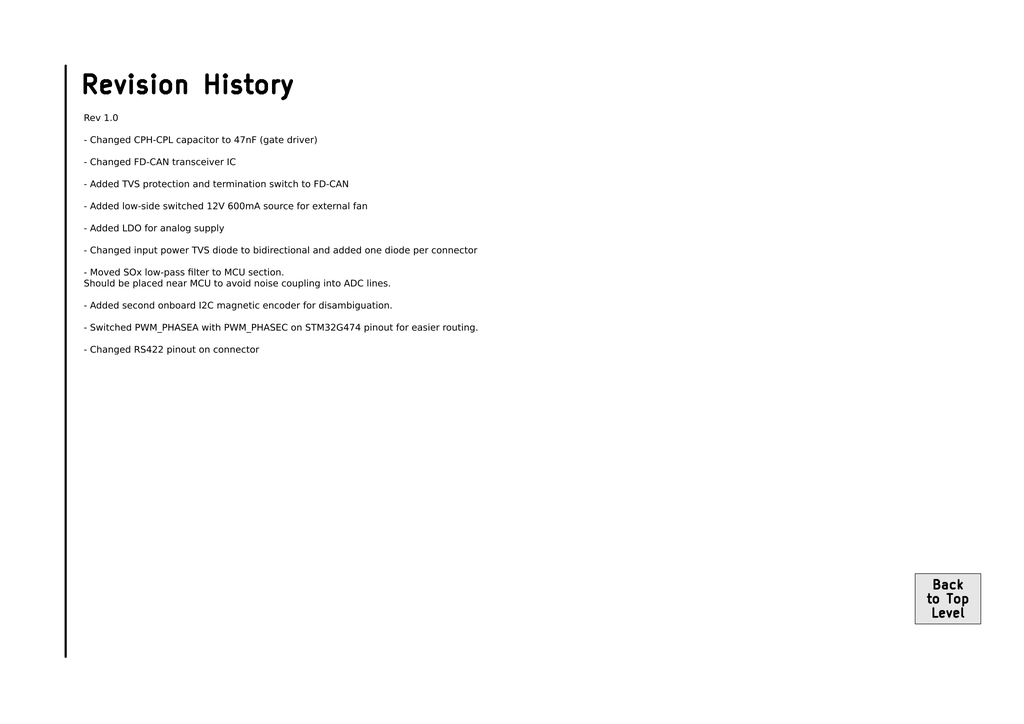
<source format=kicad_sch>
(kicad_sch (version 20230121) (generator eeschema)
  (paper "A4")
  (title_block (title "Revision History") (date "2023-10-15") (rev "1.0") (company "EPFL Xplore") (comment 3 "Author: Vincent Nguyen"))
  (lib_symbols)
  (polyline (pts (xy 19.05 19.05) (xy 19.05 190.5)) (stroke (width 0.635) (color 0 0 0 1)))
  (text_box "Rev 1.0\n\n- Changed CPH-CPL capacitor to 47nF (gate driver)\n\n- Changed FD-CAN transceiver IC\n\n- Added TVS protection and termination switch to FD-CAN\n\n- Added low-side switched 12V 600mA source for external fan\n\n- Added LDO for analog supply\n\n- Changed input power TVS diode to bidirectional and added one diode per connector\n\n- Moved SOx low-pass filter to MCU section. \nShould be placed near MCU to avoid noise coupling into ADC lines.\n\n- Added second onboard I2C magnetic encoder for disambiguation.\n\n- Switched PWM_PHASEA with PWM_PHASEC on STM32G474 pinout for easier routing.\n\n- Changed RS422 pinout on connector" (at 22.86 31.75 0) (size 124.46 129.54) (stroke (width -0.0001)) (effects (font (size 1.905 1.905)) (justify left top)))
  (text_box "Back to Top Level" (at 265.43 166.37 0) (size 19.05 14.605) (stroke (width 0) (color 0 0 0 1)) (fill (type color) (color 0 0 0 0.1)) (effects (font (size 2.54 2.54) (thickness 0.508) bold)))
  (text_box "" (at 152.4 31.75 0) (size 128.27 129.54) (stroke (width -0.0001)) (effects (font (size 1.905 1.905) bold) (justify left top)))
  (text_box "Revision History" (at 19.05 17.78 0) (size 73.66 13.97) (stroke (width -0.0001)) (effects (font (size 5.08 5.08) bold) (justify left top)))
)
</source>
